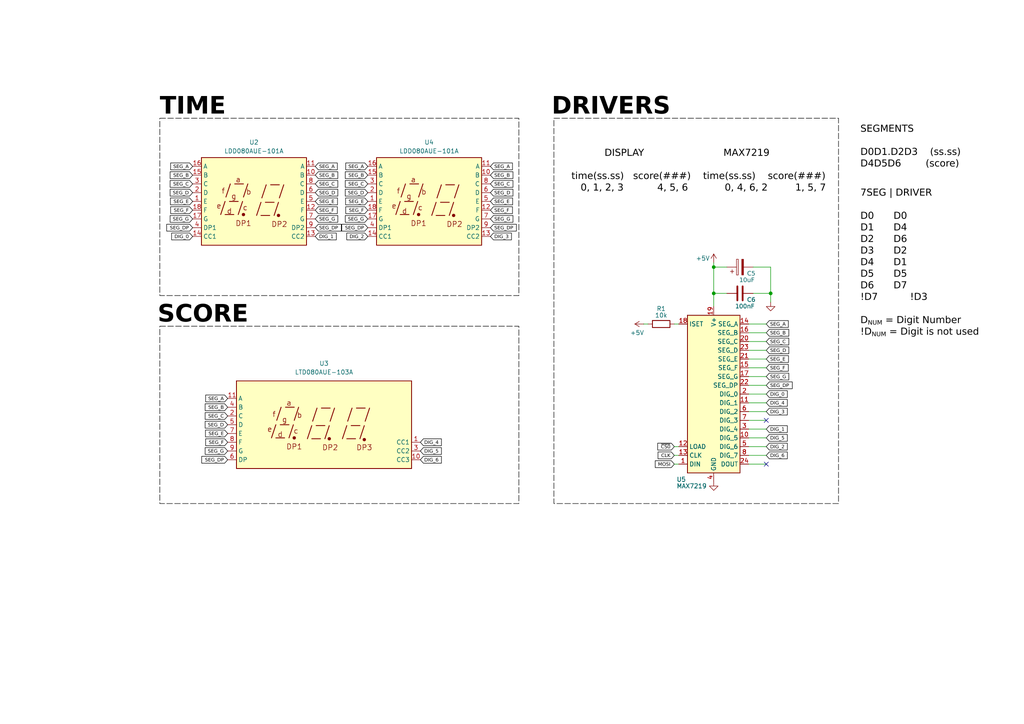
<source format=kicad_sch>
(kicad_sch (version 20231120) (generator "eeschema") (generator_version "8.0")
  (paper "A4")
  (title_block (title "SchrackStopwatch") (date "2024-08-14") (rev "v.1.0.0") (company "SPS NA PROSEKU") (comment 1 "SAVVA POPOV"))
  (lib_symbols
    (symbol "Device:C" (pin_numbers hide) (pin_names (offset 0.254))
      (property "Reference" "C" (at 0.635 2.54 0))
      (property "Value" "C" (at 0.635 -2.54 0))
      (symbol "C_0_1"
        (polyline (pts (xy -2.032 -0.762) (xy 2.032 -0.762)) (stroke (width 0.508)))
        (polyline (pts (xy -2.032 0.762) (xy 2.032 0.762)) (stroke (width 0.508)))
      )
      (symbol "C_1_1"
        (pin passive line (at 0 3.81 270) (length 2.794) (name "~") (number "1"))
        (pin passive line (at 0 -3.81 90) (length 2.794) (name "~") (number "2"))
      )
    )
    (symbol "Device:C_Polarized" (pin_numbers hide) (pin_names (offset 0.254))
      (property "Reference" "C" (at 0.635 2.54 0))
      (property "Value" "C_Polarized" (at 0.635 -2.54 0))
      (symbol "C_Polarized_0_1"
        (rectangle (start -2.286 0.508) (end 2.286 1.016))
        (polyline (pts (xy -1.778 2.286) (xy -0.762 2.286)))
        (polyline (pts (xy -1.27 2.794) (xy -1.27 1.778)))
        (rectangle (start 2.286 -0.508) (end -2.286 -1.016) (fill (type outline)))
      )
      (symbol "C_Polarized_1_1"
        (pin passive line (at 0 3.81 270) (length 2.794) (name "~") (number "1"))
        (pin passive line (at 0 -3.81 90) (length 2.794) (name "~") (number "2"))
      )
    )
    (symbol "Device:R" (pin_numbers hide) (pin_names (offset 0))
      (property "Reference" "R" (at 2.032 0 90))
      (property "Value" "R" (at 0 0 90))
      (symbol "R_0_1"
        (rectangle (start -1.016 -2.54) (end 1.016 2.54) (stroke (width 0.254)))
      )
      (symbol "R_1_1"
        (pin passive line (at 0 3.81 270) (length 1.27) (name "~") (number "1"))
        (pin passive line (at 0 -3.81 90) (length 1.27) (name "~") (number "2"))
      )
    )
    (symbol "Driver_LED:MAX7219"
      (property "Reference" "U" (at -6.35 24.13 0))
      (property "Value" "MAX7219" (at 1.27 25.4 0))
      (symbol "MAX7219_0_1"
        (rectangle (start -7.62 22.86) (end 7.62 -22.86) (stroke (width 0.254)) (fill (type background)))
      )
      (symbol "MAX7219_1_1"
        (pin input line (at -10.16 -20.32 0) (length 2.54) (name "DIN") (number "1"))
        (pin output line (at 10.16 -12.7 180) (length 2.54) (name "DIG_5") (number "10"))
        (pin output line (at 10.16 -2.54 180) (length 2.54) (name "DIG_1") (number "11"))
        (pin input line (at -10.16 -15.24 0) (length 2.54) (name "LOAD") (number "12"))
        (pin input line (at -10.16 -17.78 0) (length 2.54) (name "CLK") (number "13"))
        (pin output line (at 10.16 20.32 180) (length 2.54) (name "SEG_A") (number "14"))
        (pin output line (at 10.16 7.62 180) (length 2.54) (name "SEG_F") (number "15"))
        (pin output line (at 10.16 17.78 180) (length 2.54) (name "SEG_B") (number "16"))
        (pin output line (at 10.16 5.08 180) (length 2.54) (name "SEG_G") (number "17"))
        (pin input line (at -10.16 20.32 0) (length 2.54) (name "ISET") (number "18"))
        (pin power_in line (at 0 25.4 270) (length 2.54) (name "V+") (number "19"))
        (pin output line (at 10.16 0 180) (length 2.54) (name "DIG_0") (number "2"))
        (pin output line (at 10.16 15.24 180) (length 2.54) (name "SEG_C") (number "20"))
        (pin output line (at 10.16 10.16 180) (length 2.54) (name "SEG_E") (number "21"))
        (pin output line (at 10.16 2.54 180) (length 2.54) (name "SEG_DP") (number "22"))
        (pin output line (at 10.16 12.7 180) (length 2.54) (name "SEG_D") (number "23"))
        (pin output line (at 10.16 -20.32 180) (length 2.54) (name "DOUT") (number "24"))
        (pin output line (at 10.16 -10.16 180) (length 2.54) (name "DIG_4") (number "3"))
        (pin power_in line (at 0 -25.4 90) (length 2.54) (name "GND") (number "4"))
        (pin output line (at 10.16 -15.24 180) (length 2.54) (name "DIG_6") (number "5"))
        (pin output line (at 10.16 -5.08 180) (length 2.54) (name "DIG_2") (number "6"))
        (pin output line (at 10.16 -7.62 180) (length 2.54) (name "DIG_3") (number "7"))
        (pin output line (at 10.16 -17.78 180) (length 2.54) (name "DIG_7") (number "8"))
        (pin passive line (at 0 -25.4 90) (length 2.54) hide (name "GND") (number "9"))
      )
    )
    (symbol "GND_1" (power) (pin_numbers hide) (pin_names (offset 0) hide)
      (property "Value" "GND" (at 0 -3.81 0))
      (symbol "GND_1_0_1"
        (polyline (pts (xy 0 0) (xy 0 -1.27) (xy 1.27 -1.27) (xy 0 -2.54) (xy -1.27 -1.27) (xy 0 -1.27)))
      )
      (symbol "GND_1_1_1"
        (pin power_in line (at 0 0 270) (length 0) (name "~") (number "1"))
      )
    )
    (symbol "SchrackThingy_library:LDD080AUE-101A"
      (property "Reference" "U" (at -13.97 13.97 0))
      (property "Value" "LDD080AUE-101A" (at 1.27 13.716 0))
      (symbol "LDD080AUE-101A_0_0"
        (rectangle (start -15.24 12.7) (end 15.24 -12.7) (stroke (width 0.254)) (fill (type background)))
        (polyline (pts (xy -9.652 -3.81) (xy -8.382 0)) (stroke (width 0.254)))
        (polyline (pts (xy -8.382 -3.81) (xy -5.842 -3.81)) (stroke (width 0.254)))
        (polyline (pts (xy -8.128 1.27) (xy -6.858 5.08)) (stroke (width 0.254)))
        (polyline (pts (xy -7.112 0) (xy -4.572 0)) (stroke (width 0.254)))
        (polyline (pts (xy -5.588 5.08) (xy -3.048 5.08)) (stroke (width 0.254)))
        (polyline (pts (xy -4.572 -3.81) (xy -3.302 0)) (stroke (width 0.254)))
        (polyline (pts (xy -3.048 1.27) (xy -1.778 5.08)) (stroke (width 0.254)))
        (polyline (pts (xy 0.762 -4.064) (xy 2.032 -0.254)) (stroke (width 0.254)))
        (polyline (pts (xy 2.032 -4.064) (xy 4.572 -4.064)) (stroke (width 0.254)))
        (polyline (pts (xy 2.286 1.016) (xy 3.556 4.826)) (stroke (width 0.254)))
        (polyline (pts (xy 3.302 -0.254) (xy 5.842 -0.254)) (stroke (width 0.254)))
        (polyline (pts (xy 4.826 4.826) (xy 7.366 4.826)) (stroke (width 0.254)))
        (polyline (pts (xy 5.842 -4.064) (xy 7.112 -0.254)) (stroke (width 0.254)))
        (polyline (pts (xy 7.366 1.016) (xy 8.636 4.826)) (stroke (width 0.254)))
        (text "a" (at -4.572 6.35 0) (effects (font (size 1.524 1.524))))
        (text "b" (at -1.524 2.794 0) (effects (font (size 1.524 1.524))))
        (text "c" (at -2.54 -1.778 0) (effects (font (size 1.524 1.524))))
        (text "d" (at -7.112 -2.794 0) (effects (font (size 1.524 1.524))))
        (text "DP1" (at -3.048 -6.35 0) (effects (font (size 1.524 1.524))))
        (text "DP2" (at 7.366 -6.604 0) (effects (font (size 1.524 1.524))))
        (text "e" (at -10.16 -1.27 0) (effects (font (size 1.524 1.524))))
        (text "f" (at -8.89 3.048 0) (effects (font (size 1.524 1.524))))
        (text "g" (at -5.842 1.524 0) (effects (font (size 1.524 1.524))))
      )
      (symbol "LDD080AUE-101A_0_1"
        (circle (center -3.048 -3.81) (radius 0.3556) (stroke (width 0.254)) (fill (type outline)))
        (circle (center 7.112 -4.064) (radius 0.3556) (stroke (width 0.254)) (fill (type outline)))
      )
      (symbol "LDD080AUE-101A_1_1"
        (pin input line (at -17.78 0 0) (length 2.54) (name "E") (number "1"))
        (pin input line (at 17.78 7.62 180) (length 2.54) (name "B") (number "10"))
        (pin input line (at 17.78 10.16 180) (length 2.54) (name "A") (number "11"))
        (pin input line (at 17.78 -2.54 180) (length 2.54) (name "F") (number "12"))
        (pin input line (at 17.78 -10.16 180) (length 2.54) (name "CC2") (number "13"))
        (pin input line (at -17.78 -10.16 0) (length 2.54) (name "CC1") (number "14"))
        (pin input line (at -17.78 7.62 0) (length 2.54) (name "B") (number "15"))
        (pin input line (at -17.78 10.16 0) (length 2.54) (name "A") (number "16"))
        (pin input line (at -17.78 -5.08 0) (length 2.54) (name "G") (number "17"))
        (pin input line (at -17.78 -2.54 0) (length 2.54) (name "F") (number "18"))
        (pin input line (at -17.78 2.54 0) (length 2.54) (name "D") (number "2"))
        (pin input line (at -17.78 5.08 0) (length 2.54) (name "C") (number "3"))
        (pin input line (at -17.78 -7.62 0) (length 2.54) (name "DP1") (number "4"))
        (pin input line (at 17.78 0 180) (length 2.54) (name "E") (number "5"))
        (pin input line (at 17.78 2.54 180) (length 2.54) (name "D") (number "6"))
        (pin input line (at 17.78 -5.08 180) (length 2.54) (name "G") (number "7"))
        (pin input line (at 17.78 5.08 180) (length 2.54) (name "C") (number "8"))
        (pin input line (at 17.78 -7.62 180) (length 2.54) (name "DP2") (number "9"))
      )
    )
    (symbol "SchrackThingy_library:LTD080AUE-103A"
      (property "Reference" "U" (at -24.13 13.97 0))
      (property "Value" "LTD080AUE-103A" (at 16.51 13.97 0))
      (symbol "LTD080AUE-103A_0_0"
        (rectangle (start -25.4 12.7) (end 25.4 -12.7) (stroke (width 0.254)) (fill (type background)))
        (polyline (pts (xy -15.24 -3.81) (xy -13.97 0)) (stroke (width 0.254)))
        (polyline (pts (xy -13.97 -3.81) (xy -11.43 -3.81)) (stroke (width 0.254)))
        (polyline (pts (xy -13.716 1.27) (xy -12.446 5.08)) (stroke (width 0.254)))
        (polyline (pts (xy -12.7 0) (xy -10.16 0)) (stroke (width 0.254)))
        (polyline (pts (xy -11.176 5.08) (xy -8.636 5.08)) (stroke (width 0.254)))
        (polyline (pts (xy -10.16 -3.81) (xy -8.89 0)) (stroke (width 0.254)))
        (polyline (pts (xy -8.636 1.27) (xy -7.366 5.08)) (stroke (width 0.254)))
        (polyline (pts (xy -4.826 -4.064) (xy -3.556 -0.254)) (stroke (width 0.254)))
        (polyline (pts (xy -3.556 -4.064) (xy -1.016 -4.064)) (stroke (width 0.254)))
        (polyline (pts (xy -3.302 1.016) (xy -2.032 4.826)) (stroke (width 0.254)))
        (polyline (pts (xy -2.286 -0.254) (xy 0.254 -0.254)) (stroke (width 0.254)))
        (polyline (pts (xy -0.762 4.826) (xy 1.778 4.826)) (stroke (width 0.254)))
        (polyline (pts (xy 0.254 -4.064) (xy 1.524 -0.254)) (stroke (width 0.254)))
        (polyline (pts (xy 1.778 1.016) (xy 3.048 4.826)) (stroke (width 0.254)))
        (polyline (pts (xy 5.334 -4.064) (xy 6.604 -0.254)) (stroke (width 0.254)))
        (polyline (pts (xy 6.604 -4.064) (xy 9.144 -4.064)) (stroke (width 0.254)))
        (polyline (pts (xy 6.858 1.016) (xy 8.128 4.826)) (stroke (width 0.254)))
        (polyline (pts (xy 7.874 -0.254) (xy 10.414 -0.254)) (stroke (width 0.254)))
        (polyline (pts (xy 9.398 4.826) (xy 11.938 4.826)) (stroke (width 0.254)))
        (polyline (pts (xy 10.414 -4.064) (xy 11.684 -0.254)) (stroke (width 0.254)))
        (polyline (pts (xy 11.938 1.016) (xy 13.208 4.826)) (stroke (width 0.254)))
        (text "a" (at -10.16 6.35 0) (effects (font (size 1.524 1.524))))
        (text "b" (at -7.112 2.794 0) (effects (font (size 1.524 1.524))))
        (text "c" (at -8.128 -1.778 0) (effects (font (size 1.524 1.524))))
        (text "d" (at -12.7 -2.794 0) (effects (font (size 1.524 1.524))))
        (text "DP1" (at -8.636 -6.35 0) (effects (font (size 1.524 1.524))))
        (text "DP2" (at 1.778 -6.604 0) (effects (font (size 1.524 1.524))))
        (text "DP3" (at 11.684 -6.604 0) (effects (font (size 1.524 1.524))))
        (text "e" (at -15.748 -1.27 0) (effects (font (size 1.524 1.524))))
        (text "f" (at -14.478 3.048 0) (effects (font (size 1.524 1.524))))
        (text "g" (at -11.43 1.524 0) (effects (font (size 1.524 1.524))))
      )
      (symbol "LTD080AUE-103A_0_1"
        (circle (center -8.636 -3.81) (radius 0.3556) (stroke (width 0.254)) (fill (type outline)))
        (circle (center 1.524 -4.064) (radius 0.3556) (stroke (width 0.254)) (fill (type outline)))
      )
      (symbol "LTD080AUE-103A_1_0"
        (circle (center 11.684 -4.318) (radius 0.3556) (stroke (width 0.254)) (fill (type outline)))
      )
      (symbol "LTD080AUE-103A_1_1"
        (pin input line (at 27.94 -5.08 180) (length 2.54) (name "CC1") (number "1"))
        (pin input line (at 27.94 -10.16 180) (length 2.54) (name "CC3") (number "10"))
        (pin input line (at -27.94 7.62 0) (length 2.54) (name "A") (number "11"))
        (pin input line (at -27.94 2.54 0) (length 2.54) (name "C") (number "2"))
        (pin input line (at 27.94 -7.62 180) (length 2.54) (name "CC2") (number "3"))
        (pin input line (at -27.94 5.08 0) (length 2.54) (name "B") (number "4"))
        (pin input line (at -27.94 0 0) (length 2.54) (name "D") (number "5"))
        (pin input line (at -27.94 -10.16 0) (length 2.54) (name "DP") (number "6"))
        (pin input line (at -27.94 -2.54 0) (length 2.54) (name "E") (number "7"))
        (pin input line (at -27.94 -5.08 0) (length 2.54) (name "F") (number "8"))
        (pin input line (at -27.94 -7.62 0) (length 2.54) (name "G") (number "9"))
      )
    )
    (symbol "power:+5V" (power) (pin_numbers hide) (pin_names (offset 0) hide)
      (property "Value" "+5V" (at 0 3.556 0))
      (symbol "+5V_0_1"
        (polyline (pts (xy -0.762 1.27) (xy 0 2.54)))
        (polyline (pts (xy 0 0) (xy 0 2.54)))
        (polyline (pts (xy 0 2.54) (xy 0.762 1.27)))
      )
      (symbol "+5V_1_1"
        (pin power_in line (at 0 0 90) (length 0) (name "~") (number "1"))
      )
    )
    (symbol "power:GND" (power) (pin_names (offset 0))
      (property "Value" "GND" (at 0 -3.81 0))
      (symbol "GND_0_1"
        (polyline (pts (xy 0 0) (xy 0 -1.27) (xy 1.27 -1.27) (xy 0 -2.54) (xy -1.27 -1.27) (xy 0 -1.27)))
      )
      (symbol "GND_1_1"
        (pin power_in line (at 0 0 270) (length 0) hide (name "GND") (number "1"))
      )
    )
  )
  (junction (at 223.52 85.09))
  (junction (at 207.01 77.47))
  (junction (at 207.01 85.09))
  (no_connect (at 222.25 134.62))
  (no_connect (at 222.25 121.92))
  (wire (pts (xy 195.58 129.54) (xy 196.85 129.54)))
  (wire (pts (xy 218.44 85.09) (xy 223.52 85.09)))
  (wire (pts (xy 217.17 132.08) (xy 222.25 132.08)))
  (wire (pts (xy 195.58 134.62) (xy 196.85 134.62)))
  (wire (pts (xy 207.01 85.09) (xy 207.01 88.9)))
  (wire (pts (xy 222.25 116.84) (xy 217.17 116.84)))
  (wire (pts (xy 222.25 114.3) (xy 217.17 114.3)))
  (wire (pts (xy 222.25 124.46) (xy 217.17 124.46)))
  (wire (pts (xy 207.01 76.2) (xy 207.01 77.47)))
  (wire (pts (xy 210.82 85.09) (xy 207.01 85.09)))
  (wire (pts (xy 222.25 93.98) (xy 217.17 93.98)))
  (wire (pts (xy 222.25 129.54) (xy 217.17 129.54)))
  (wire (pts (xy 207.01 77.47) (xy 210.82 77.47)))
  (wire (pts (xy 207.01 77.47) (xy 207.01 85.09)))
  (wire (pts (xy 195.58 93.98) (xy 196.85 93.98)))
  (wire (pts (xy 222.25 101.6) (xy 217.17 101.6)))
  (wire (pts (xy 217.17 134.62) (xy 222.25 134.62)))
  (wire (pts (xy 222.25 99.06) (xy 217.17 99.06)))
  (wire (pts (xy 222.25 127) (xy 217.17 127)))
  (wire (pts (xy 186.69 93.98) (xy 187.96 93.98)))
  (wire (pts (xy 217.17 111.76) (xy 222.25 111.76)))
  (wire (pts (xy 222.25 109.22) (xy 217.17 109.22)))
  (wire (pts (xy 222.25 119.38) (xy 217.17 119.38)))
  (wire (pts (xy 222.25 96.52) (xy 217.17 96.52)))
  (wire (pts (xy 223.52 85.09) (xy 223.52 87.63)))
  (wire (pts (xy 223.52 77.47) (xy 223.52 85.09)))
  (wire (pts (xy 222.25 121.92) (xy 217.17 121.92)))
  (wire (pts (xy 222.25 104.14) (xy 217.17 104.14)))
  (wire (pts (xy 218.44 77.47) (xy 223.52 77.47)))
  (wire (pts (xy 222.25 106.68) (xy 217.17 106.68)))
  (wire (pts (xy 195.58 132.08) (xy 196.85 132.08)))
  (rectangle (start 46.355 94.615) (end 150.495 146.05) (stroke (width 0) (type dash) (color 0 0 0 1)))
  (rectangle (start 160.655 34.29) (end 243.205 146.05) (stroke (width 0) (type dash) (color 0 0 0 1)))
  (rectangle (start 46.355 34.29) (end 150.495 85.725) (stroke (width 0) (type dash) (color 0 0 0 1)))
  (text "		DISPLAY            			 MAX7219\n\ntime(ss.ss)   score(###)    time(ss.ss)    score(###)\n   0, 1, 2, 3           4, 5, 6            0, 4, 6, 2         1, 5, 7" (at 165.735 50.165 0) (effects (font (size 2 2)) (justify left)))
  (text "DRIVERS" (at 160.02 32.385 0) (effects (font (size 5 5) (thickness 1.2) (bold yes)) (justify left)))
  (text "7SEG | DRIVER\n\nD0		D0\nD1		D4\nD2		D6\nD3		D2\nD4		D1\nD5		D5\nD6		D7\n!D7		!D3\n\nD_{NUM} = Digit Number\n!D_{NUM} = Digit is not used\n" (at 249.555 76.835 0) (effects (font (size 2 2)) (justify left)))
  (text "TIME" (at 46.355 32.385 0) (effects (font (size 5 5) (thickness 1.2) (bold yes)) (justify left)))
  (text "SEGMENTS \n\nD0D1.D2D3    (ss.ss)\nD4D5D6        (score)\n" (at 249.555 43.18 0) (effects (font (size 2 2)) (justify left)))
  (text "SCORE" (at 45.72 92.71 0) (effects (font (size 5 5) (thickness 1.2) (bold yes)) (justify left)))
  (global_label "SEG_E" (shape input) (at 55.88 58.42 180) (effects (font (size 1 1))) (property "Intersheetrefs" "${INTERSHEET_REFS}" (effects (hide yes))))
  (global_label "SEG_B" (shape input) (at 142.24 50.8 0) (effects (font (size 1 1))) (property "Intersheetrefs" "${INTERSHEET_REFS}" (effects (hide yes))))
  (global_label "DIG_0" (shape input) (at 222.25 114.3 0) (effects (font (size 1 1))) (property "Intersheetrefs" "${INTERSHEET_REFS}" (effects (hide yes))))
  (global_label "DIG_3" (shape input) (at 222.25 119.38 0) (effects (font (size 1 1))) (property "Intersheetrefs" "${INTERSHEET_REFS}" (effects (hide yes))))
  (global_label "SEG_D" (shape input) (at 55.88 55.88 180) (effects (font (size 1 1))) (property "Intersheetrefs" "${INTERSHEET_REFS}" (effects (hide yes))))
  (global_label "SEG_E" (shape input) (at 222.25 104.14 0) (effects (font (size 1 1))) (property "Intersheetrefs" "${INTERSHEET_REFS}" (effects (hide yes))))
  (global_label "SEG_C" (shape input) (at 222.25 99.06 0) (effects (font (size 1 1))) (property "Intersheetrefs" "${INTERSHEET_REFS}" (effects (hide yes))))
  (global_label "SEG_E" (shape input) (at 91.44 58.42 0) (effects (font (size 1 1))) (property "Intersheetrefs" "${INTERSHEET_REFS}" (effects (hide yes))))
  (global_label "DIG_1" (shape input) (at 222.25 124.46 0) (effects (font (size 1 1))) (property "Intersheetrefs" "${INTERSHEET_REFS}" (effects (hide yes))))
  (global_label "SEG_G" (shape input) (at 91.44 63.5 0) (effects (font (size 1 1))) (property "Intersheetrefs" "${INTERSHEET_REFS}" (effects (hide yes))))
  (global_label "DIG_6" (shape input) (at 121.92 133.35 0) (effects (font (size 1 1))) (property "Intersheetrefs" "${INTERSHEET_REFS}" (effects (hide yes))))
  (global_label "SEG_B" (shape input) (at 66.04 118.11 180) (effects (font (size 1 1))) (property "Intersheetrefs" "${INTERSHEET_REFS}" (effects (hide yes))))
  (global_label "MOSI" (shape input) (at 195.58 134.62 180) (effects (font (size 1 1))) (property "Intersheetrefs" "${INTERSHEET_REFS}" (effects (hide yes))))
  (global_label "SEG_G" (shape input) (at 106.68 63.5 180) (effects (font (size 1 1))) (property "Intersheetrefs" "${INTERSHEET_REFS}" (effects (hide yes))))
  (global_label "SEG_F" (shape input) (at 142.24 60.96 0) (effects (font (size 1 1))) (property "Intersheetrefs" "${INTERSHEET_REFS}" (effects (hide yes))))
  (global_label "SEG_DP" (shape input) (at 222.25 111.76 0) (effects (font (size 1 1))) (property "Intersheetrefs" "${INTERSHEET_REFS}" (effects (hide yes))))
  (global_label "DIG_5" (shape input) (at 121.92 130.81 0) (effects (font (size 1 1))) (property "Intersheetrefs" "${INTERSHEET_REFS}" (effects (hide yes))))
  (global_label "SEG_A" (shape input) (at 106.68 48.26 180) (effects (font (size 1 1))) (property "Intersheetrefs" "${INTERSHEET_REFS}" (effects (hide yes))))
  (global_label "SEG_E" (shape input) (at 142.24 58.42 0) (effects (font (size 1 1))) (property "Intersheetrefs" "${INTERSHEET_REFS}" (effects (hide yes))))
  (global_label "~{CS0}" (shape input) (at 195.58 129.54 180) (effects (font (size 1 1))) (property "Intersheetrefs" "${INTERSHEET_REFS}" (effects (hide yes))))
  (global_label "SEG_C" (shape input) (at 106.68 53.34 180) (effects (font (size 1 1))) (property "Intersheetrefs" "${INTERSHEET_REFS}" (effects (hide yes))))
  (global_label "SEG_B" (shape input) (at 91.44 50.8 0) (effects (font (size 1 1))) (property "Intersheetrefs" "${INTERSHEET_REFS}" (effects (hide yes))))
  (global_label "SEG_DP" (shape input) (at 66.04 133.35 180) (effects (font (size 1 1))) (property "Intersheetrefs" "${INTERSHEET_REFS}" (effects (hide yes))))
  (global_label "SEG_DP" (shape input) (at 106.68 66.04 180) (effects (font (size 1 1))) (property "Intersheetrefs" "${INTERSHEET_REFS}" (effects (hide yes))))
  (global_label "SEG_C" (shape input) (at 142.24 53.34 0) (effects (font (size 1 1))) (property "Intersheetrefs" "${INTERSHEET_REFS}" (effects (hide yes))))
  (global_label "SEG_DP" (shape input) (at 55.88 66.04 180) (effects (font (size 1 1))) (property "Intersheetrefs" "${INTERSHEET_REFS}" (effects (hide yes))))
  (global_label "DIG_2" (shape input) (at 222.25 129.54 0) (effects (font (size 1 1))) (property "Intersheetrefs" "${INTERSHEET_REFS}" (effects (hide yes))))
  (global_label "DIG_4" (shape input) (at 222.25 116.84 0) (effects (font (size 1 1))) (property "Intersheetrefs" "${INTERSHEET_REFS}" (effects (hide yes))))
  (global_label "SEG_G" (shape input) (at 222.25 109.22 0) (effects (font (size 1 1))) (property "Intersheetrefs" "${INTERSHEET_REFS}" (effects (hide yes))))
  (global_label "DIG_1" (shape input) (at 91.44 68.58 0) (effects (font (size 1 1))) (property "Intersheetrefs" "${INTERSHEET_REFS}" (effects (hide yes))))
  (global_label "SEG_E" (shape input) (at 66.04 125.73 180) (effects (font (size 1 1))) (property "Intersheetrefs" "${INTERSHEET_REFS}" (effects (hide yes))))
  (global_label "CLK" (shape input) (at 195.58 132.08 180) (effects (font (size 1 1))) (property "Intersheetrefs" "${INTERSHEET_REFS}" (effects (hide yes))))
  (global_label "SEG_G" (shape input) (at 66.04 130.81 180) (effects (font (size 1 1))) (property "Intersheetrefs" "${INTERSHEET_REFS}" (effects (hide yes))))
  (global_label "SEG_C" (shape input) (at 91.44 53.34 0) (effects (font (size 1 1))) (property "Intersheetrefs" "${INTERSHEET_REFS}" (effects (hide yes))))
  (global_label "DIG_3" (shape input) (at 142.24 68.58 0) (effects (font (size 1 1))) (property "Intersheetrefs" "${INTERSHEET_REFS}" (effects (hide yes))))
  (global_label "DIG_5" (shape input) (at 222.25 127 0) (effects (font (size 1 1))) (property "Intersheetrefs" "${INTERSHEET_REFS}" (effects (hide yes))))
  (global_label "DIG_0" (shape input) (at 55.88 68.58 180) (effects (font (size 1 1))) (property "Intersheetrefs" "${INTERSHEET_REFS}" (effects (hide yes))))
  (global_label "SEG_E" (shape input) (at 106.68 58.42 180) (effects (font (size 1 1))) (property "Intersheetrefs" "${INTERSHEET_REFS}" (effects (hide yes))))
  (global_label "SEG_B" (shape input) (at 222.25 96.52 0) (effects (font (size 1 1))) (property "Intersheetrefs" "${INTERSHEET_REFS}" (effects (hide yes))))
  (global_label "SEG_B" (shape input) (at 106.68 50.8 180) (effects (font (size 1 1))) (property "Intersheetrefs" "${INTERSHEET_REFS}" (effects (hide yes))))
  (global_label "SEG_A" (shape input) (at 222.25 93.98 0) (effects (font (size 1 1))) (property "Intersheetrefs" "${INTERSHEET_REFS}" (effects (hide yes))))
  (global_label "SEG_F" (shape input) (at 66.04 128.27 180) (effects (font (size 1 1))) (property "Intersheetrefs" "${INTERSHEET_REFS}" (effects (hide yes))))
  (global_label "SEG_F" (shape input) (at 222.25 106.68 0) (effects (font (size 1 1))) (property "Intersheetrefs" "${INTERSHEET_REFS}" (effects (hide yes))))
  (global_label "SEG_D" (shape input) (at 142.24 55.88 0) (effects (font (size 1 1))) (property "Intersheetrefs" "${INTERSHEET_REFS}" (effects (hide yes))))
  (global_label "DIG_6" (shape input) (at 222.25 132.08 0) (effects (font (size 1 1))) (property "Intersheetrefs" "${INTERSHEET_REFS}" (effects (hide yes))))
  (global_label "SEG_B" (shape input) (at 55.88 50.8 180) (effects (font (size 1 1))) (property "Intersheetrefs" "${INTERSHEET_REFS}" (effects (hide yes))))
  (global_label "SEG_A" (shape input) (at 91.44 48.26 0) (effects (font (size 1 1))) (property "Intersheetrefs" "${INTERSHEET_REFS}" (effects (hide yes))))
  (global_label "SEG_D" (shape input) (at 66.04 123.19 180) (effects (font (size 1 1))) (property "Intersheetrefs" "${INTERSHEET_REFS}" (effects (hide yes))))
  (global_label "SEG_F" (shape input) (at 106.68 60.96 180) (effects (font (size 1 1))) (property "Intersheetrefs" "${INTERSHEET_REFS}" (effects (hide yes))))
  (global_label "SEG_F" (shape input) (at 91.44 60.96 0) (effects (font (size 1 1))) (property "Intersheetrefs" "${INTERSHEET_REFS}" (effects (hide yes))))
  (global_label "SEG_F" (shape input) (at 55.88 60.96 180) (effects (font (size 1 1))) (property "Intersheetrefs" "${INTERSHEET_REFS}" (effects (hide yes))))
  (global_label "SEG_G" (shape input) (at 55.88 63.5 180) (effects (font (size 1 1))) (property "Intersheetrefs" "${INTERSHEET_REFS}" (effects (hide yes))))
  (global_label "DIG_4" (shape input) (at 121.92 128.27 0) (effects (font (size 1 1))) (property "Intersheetrefs" "${INTERSHEET_REFS}" (effects (hide yes))))
  (global_label "SEG_G" (shape input) (at 142.24 63.5 0) (effects (font (size 1 1))) (property "Intersheetrefs" "${INTERSHEET_REFS}" (effects (hide yes))))
  (global_label "SEG_DP" (shape input) (at 142.24 66.04 0) (effects (font (size 1 1))) (property "Intersheetrefs" "${INTERSHEET_REFS}" (effects (hide yes))))
  (global_label "SEG_A" (shape input) (at 142.24 48.26 0) (effects (font (size 1 1))) (property "Intersheetrefs" "${INTERSHEET_REFS}" (effects (hide yes))))
  (global_label "SEG_D" (shape input) (at 222.25 101.6 0) (effects (font (size 1 1))) (property "Intersheetrefs" "${INTERSHEET_REFS}" (effects (hide yes))))
  (global_label "SEG_C" (shape input) (at 55.88 53.34 180) (effects (font (size 1 1))) (property "Intersheetrefs" "${INTERSHEET_REFS}" (effects (hide yes))))
  (global_label "DIG_2" (shape input) (at 106.68 68.58 180) (effects (font (size 1 1))) (property "Intersheetrefs" "${INTERSHEET_REFS}" (effects (hide yes))))
  (global_label "SEG_DP" (shape input) (at 91.44 66.04 0) (effects (font (size 1 1))) (property "Intersheetrefs" "${INTERSHEET_REFS}" (effects (hide yes))))
  (global_label "SEG_D" (shape input) (at 91.44 55.88 0) (effects (font (size 1 1))) (property "Intersheetrefs" "${INTERSHEET_REFS}" (effects (hide yes))))
  (global_label "SEG_D" (shape input) (at 106.68 55.88 180) (effects (font (size 1 1))) (property "Intersheetrefs" "${INTERSHEET_REFS}" (effects (hide yes))))
  (global_label "SEG_A" (shape input) (at 66.04 115.57 180) (effects (font (size 1 1))) (property "Intersheetrefs" "${INTERSHEET_REFS}" (effects (hide yes))))
  (global_label "SEG_A" (shape input) (at 55.88 48.26 180) (effects (font (size 1 1))) (property "Intersheetrefs" "${INTERSHEET_REFS}" (effects (hide yes))))
  (global_label "SEG_C" (shape input) (at 66.04 120.65 180) (effects (font (size 1 1))) (property "Intersheetrefs" "${INTERSHEET_REFS}" (effects (hide yes))))
  (symbol (lib_name "GND_1") (lib_id "power:GND") (at 223.52 87.63 0) (unit 1)
    (property "Reference" "#PWR09" (effects (hide yes)))
    (property "Value" "GND" (effects (hide yes)))
    (property "Description" "Power symbol creates a global label with name \"GND\" , ground" (effects (hide yes)))
  )
  (symbol (lib_id "Device:C_Polarized") (at 214.63 77.47 90) (unit 1)
    (property "Reference" "C5" (at 219.075 79.375 90) (effects (justify left)))
    (property "Value" "10uF" (at 219.075 81.28 90) (effects (justify left)))
    (property "Footprint" "Capacitor_Tantalum_SMD:CP_EIA-3216-18_Kemet-A_Pad1.58x1.35mm_HandSolder" (effects (hide yes)))
  )
  (symbol (lib_id "Device:C") (at 214.63 85.09 90) (mirror x) (unit 1)
    (property "Reference" "C6" (at 219.075 86.995 90) (effects (justify left)))
    (property "Value" "100nF" (at 219.075 88.9 90) (effects (justify left)))
    (property "Footprint" "Capacitor_SMD:C_0805_2012Metric_Pad1.18x1.45mm_HandSolder" (effects (hide yes)))
  )
  (symbol (lib_id "power:+5V") (at 207.01 76.2 0) (unit 1)
    (property "Reference" "#PWR07" (effects (hide yes)))
    (property "Value" "+5V" (at 203.835 74.93 0))
    (property "Description" "Power symbol creates a global label with name \"+5V\"" (effects (hide yes)))
  )
  (symbol (lib_id "Device:R") (at 191.77 93.98 90) (unit 1)
    (property "Reference" "R1" (at 191.77 89.535 90))
    (property "Value" "10k" (at 191.77 91.44 90))
    (property "Footprint" "Resistor_SMD:R_0805_2012Metric_Pad1.20x1.40mm_HandSolder" (effects (hide yes)))
    (property "Description" "Resistor" (effects (hide yes)))
  )
  (symbol (lib_id "SchrackThingy_library:LTD080AUE-103A") (at 93.98 123.19 0) (unit 1)
    (property "Reference" "U3" (at 93.98 105.41 0))
    (property "Value" "LTD080AUE-103A" (at 93.98 107.95 0))
    (property "Footprint" "Schrack_brd:WENRUN_LTD080x_7segment_3dig" (effects (hide yes)))
    (property "Datasheet" "https://www.tme.eu/Document/caee131a5100cf3c282d199f120f04e5/LTD080BUE-103A.pdf" (effects (hide yes)))
    (property "Description" "3 digit 7 segment red LED, common cathode, symbol custom made by bismarx" (effects (hide yes)))
    (property "Made by" "bismarx" (effects (hide yes)))
  )
  (symbol (lib_id "Driver_LED:MAX7219") (at 207.01 114.3 0) (unit 1)
    (property "Reference" "U5" (at 196.215 139.065 0) (effects (justify left)))
    (property "Value" "MAX7219" (at 196.215 140.97 0) (effects (justify left)))
    (property "Footprint" "Package_SO:SOP-24_7.5x15.4mm_P1.27mm" (effects (hide yes)))
    (property "Datasheet" "https://datasheets.maximintegrated.com/en/ds/MAX7219-MAX7221.pdf" (effects (hide yes)))
    (property "Description" "8-Digit LED Display Driver" (effects (hide yes)))
  )
  (symbol (lib_id "power:+5V") (at 186.69 93.98 90) (unit 1)
    (property "Reference" "#PWR06" (effects (hide yes)))
    (property "Value" "+5V" (at 184.785 96.52 90))
    (property "Description" "Power symbol creates a global label with name \"+5V\"" (effects (hide yes)))
  )
  (symbol (lib_id "SchrackThingy_library:LDD080AUE-101A") (at 124.46 58.42 0) (unit 1)
    (property "Reference" "U4" (at 124.46 41.275 0))
    (property "Value" "LDD080AUE-101A" (at 124.46 43.815 0))
    (property "Footprint" "Schrack_brd:WENRUN_LDD080x_7segment_2dig" (effects (hide yes)))
    (property "Description" "2 digit 7 segment red LED, common cathode symbol custom made by bismarx" (effects (hide yes)))
    (property "Product" "https://www.tme.eu/cz/en/details/ldd080aue-101a/7-segment-led-displays/wenrun/ldd080aue-101a-01/" (effects (hide yes)))
    (property "Made by" "bismarx" (effects (hide yes)))
  )
  (symbol (lib_id "power:GND") (at 207.01 139.7 0) (unit 1)
    (property "Reference" "#PWR08" (effects (hide yes)))
    (property "Value" "GND" (effects (hide yes)))
  )
  (symbol (lib_id "SchrackThingy_library:LDD080AUE-101A") (at 73.66 58.42 0) (unit 1)
    (property "Reference" "U2" (at 73.66 41.275 0))
    (property "Value" "LDD080AUE-101A" (at 73.66 43.815 0))
    (property "Footprint" "Schrack_brd:WENRUN_LDD080x_7segment_2dig" (effects (hide yes)))
    (property "Description" "2 digit 7 segment red LED, common cathode symbol custom made by bismarx" (effects (hide yes)))
    (property "Product" "https://www.tme.eu/cz/en/details/ldd080aue-101a/7-segment-led-displays/wenrun/ldd080aue-101a-01/" (effects (hide yes)))
    (property "Made by" "bismarx" (effects (hide yes)))
  )
)
</source>
